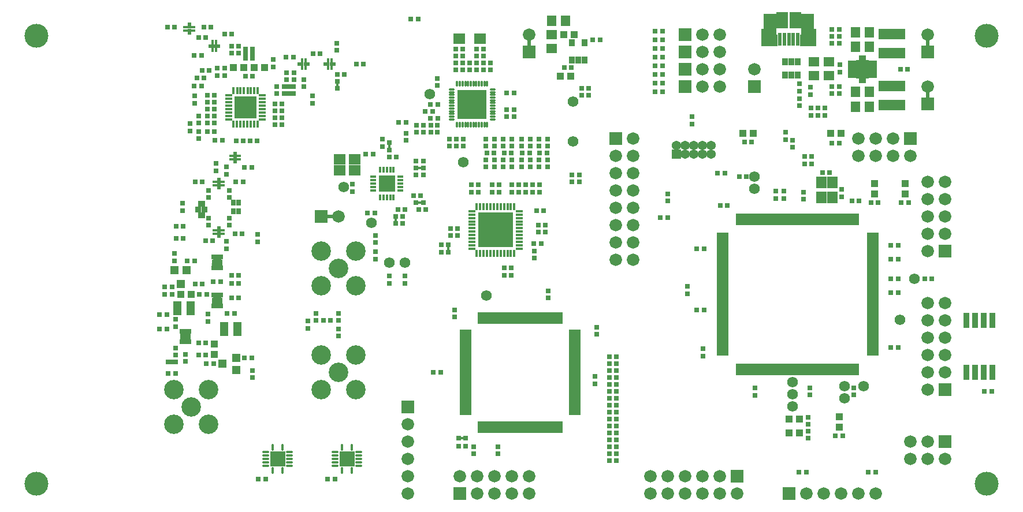
<source format=gts>
G04 (created by PCBNEW-RS274X (2012-05-21 BZR 3261)-stable) date Sun Nov 11 11:20:56 2012*
G01*
G70*
G90*
%MOIN*%
G04 Gerber Fmt 3.4, Leading zero omitted, Abs format*
%FSLAX34Y34*%
G04 APERTURE LIST*
%ADD10C,0.006000*%
%ADD11C,0.062000*%
%ADD12R,0.048000X0.048000*%
%ADD13R,0.032000X0.042000*%
%ADD14R,0.059200X0.067100*%
%ADD15R,0.067100X0.059200*%
%ADD16R,0.023600X0.071100*%
%ADD17R,0.071100X0.023600*%
%ADD18R,0.023700X0.076900*%
%ADD19R,0.068100X0.093400*%
%ADD20R,0.096300X0.069100*%
%ADD21R,0.083900X0.037000*%
%ADD22R,0.075000X0.123600*%
%ADD23C,0.075000*%
%ADD24C,0.069100*%
%ADD25R,0.037000X0.087000*%
%ADD26R,0.019900X0.029700*%
%ADD27R,0.063200X0.019900*%
%ADD28O,0.059200X0.019900*%
%ADD29R,0.059200X0.031700*%
%ADD30O,0.055300X0.019900*%
%ADD31R,0.017900X0.019900*%
%ADD32O,0.039100X0.016600*%
%ADD33O,0.016600X0.039100*%
%ADD34R,0.046000X0.046000*%
%ADD35O,0.013700X0.038300*%
%ADD36O,0.038300X0.013700*%
%ADD37R,0.170500X0.170500*%
%ADD38O,0.041000X0.016600*%
%ADD39R,0.131300X0.131300*%
%ADD40O,0.016600X0.041000*%
%ADD41O,0.037100X0.016600*%
%ADD42O,0.016600X0.037100*%
%ADD43R,0.096500X0.096500*%
%ADD44R,0.157700X0.059200*%
%ADD45R,0.027700X0.031700*%
%ADD46R,0.039600X0.031700*%
%ADD47R,0.031700X0.035600*%
%ADD48R,0.072000X0.072000*%
%ADD49C,0.072000*%
%ADD50R,0.033700X0.021800*%
%ADD51R,0.042000X0.042000*%
%ADD52R,0.030000X0.028000*%
%ADD53R,0.028000X0.030000*%
%ADD54C,0.112000*%
%ADD55R,0.038000X0.028000*%
%ADD56R,0.038000X0.018000*%
%ADD57R,0.018000X0.038000*%
%ADD58R,0.022000X0.072000*%
%ADD59R,0.072000X0.022000*%
%ADD60R,0.018000X0.028900*%
%ADD61R,0.036000X0.019900*%
%ADD62R,0.028900X0.018000*%
%ADD63R,0.019900X0.036000*%
%ADD64C,0.138000*%
%ADD65R,0.025000X0.028100*%
%ADD66R,0.028100X0.025000*%
%ADD67R,0.200900X0.200900*%
%ADD68R,0.054000X0.054000*%
%ADD69C,0.054000*%
%ADD70R,0.053300X0.064700*%
%ADD71R,0.064700X0.053300*%
%ADD72R,0.033700X0.043500*%
%ADD73R,0.051000X0.030000*%
%ADD74R,0.045500X0.023000*%
%ADD75R,0.044400X0.059200*%
%ADD76R,0.023000X0.039600*%
%ADD77C,0.035000*%
G04 APERTURE END LIST*
G54D10*
G54D11*
X69700Y-43750D03*
X69700Y-44450D03*
X45400Y-33850D03*
G54D12*
X37600Y-41650D03*
X37600Y-42350D03*
X36800Y-42000D03*
X34050Y-36600D03*
X34750Y-36600D03*
X34400Y-37400D03*
G54D13*
X56975Y-24450D03*
X57725Y-24450D03*
X56975Y-23450D03*
X57350Y-24450D03*
X57725Y-23450D03*
G54D14*
X72015Y-32383D03*
X71385Y-31517D03*
X72015Y-31517D03*
X71385Y-32383D03*
G54D15*
X43567Y-30815D03*
X44433Y-30185D03*
X44433Y-30815D03*
X43567Y-30185D03*
G54D16*
X56362Y-39350D03*
X56165Y-39350D03*
X55969Y-39350D03*
X55772Y-39350D03*
X55575Y-39350D03*
X55378Y-39350D03*
X55181Y-39350D03*
X54984Y-39350D03*
X54787Y-39350D03*
X54591Y-39350D03*
X54394Y-39350D03*
X54197Y-39350D03*
X54000Y-39350D03*
X53803Y-39350D03*
X53606Y-39350D03*
X53409Y-39350D03*
X53213Y-39350D03*
X53016Y-39350D03*
X52819Y-39350D03*
X52622Y-39350D03*
X52425Y-39350D03*
X52228Y-39350D03*
X52031Y-39350D03*
X51835Y-39350D03*
X51638Y-39350D03*
G54D17*
X50850Y-40138D03*
X50850Y-40335D03*
X50850Y-40531D03*
X50850Y-40728D03*
X50850Y-40925D03*
X50850Y-41122D03*
X50850Y-41319D03*
X50850Y-41516D03*
X50850Y-41713D03*
X50850Y-41909D03*
X50850Y-42106D03*
X50850Y-42303D03*
X50850Y-42500D03*
X50850Y-42697D03*
X50850Y-42894D03*
X50850Y-43091D03*
X50850Y-43287D03*
X50850Y-43484D03*
X50850Y-43681D03*
X50850Y-43878D03*
X50850Y-44075D03*
X50850Y-44272D03*
X50850Y-44469D03*
X50850Y-44665D03*
X50850Y-44862D03*
G54D16*
X51638Y-45650D03*
X51835Y-45650D03*
X52031Y-45650D03*
X52228Y-45650D03*
X52425Y-45650D03*
X52622Y-45650D03*
X52819Y-45650D03*
X53016Y-45650D03*
X53213Y-45650D03*
X53409Y-45650D03*
X53606Y-45650D03*
X53803Y-45650D03*
X54000Y-45650D03*
X54197Y-45650D03*
X54394Y-45650D03*
X54591Y-45650D03*
X54787Y-45650D03*
X54984Y-45650D03*
X55181Y-45650D03*
X55378Y-45650D03*
X55575Y-45650D03*
X55772Y-45650D03*
X55969Y-45650D03*
X56165Y-45650D03*
X56362Y-45650D03*
G54D17*
X57150Y-44862D03*
X57150Y-44665D03*
X57150Y-44469D03*
X57150Y-44272D03*
X57150Y-44075D03*
X57150Y-43878D03*
X57150Y-43681D03*
X57150Y-43484D03*
X57150Y-43287D03*
X57150Y-43091D03*
X57150Y-42894D03*
X57150Y-42697D03*
X57150Y-42500D03*
X57150Y-42303D03*
X57150Y-42106D03*
X57150Y-41909D03*
X57150Y-41713D03*
X57150Y-41516D03*
X57150Y-41319D03*
X57150Y-41122D03*
X57150Y-40925D03*
X57150Y-40728D03*
X57150Y-40531D03*
X57150Y-40335D03*
X57150Y-40138D03*
G54D18*
X70012Y-23281D03*
X69756Y-23281D03*
X69500Y-23281D03*
X69244Y-23281D03*
X68988Y-23281D03*
G54D19*
X69879Y-22156D03*
X69121Y-22156D03*
G54D20*
X70614Y-23340D03*
X68386Y-23340D03*
G54D21*
X70676Y-22827D03*
X68324Y-22827D03*
G54D22*
X70583Y-22394D03*
X68417Y-22394D03*
G54D23*
X70583Y-22169D03*
X68417Y-22169D03*
G54D24*
X70479Y-23339D03*
X68521Y-23339D03*
G54D25*
X81250Y-39500D03*
X80750Y-39500D03*
X80250Y-39500D03*
X79750Y-39500D03*
X79750Y-42500D03*
X80250Y-42500D03*
X80750Y-42500D03*
X81250Y-42500D03*
G54D26*
X36264Y-36455D03*
X36421Y-36455D03*
X36579Y-36455D03*
X36736Y-36455D03*
X36736Y-35845D03*
X36579Y-35845D03*
X36421Y-35845D03*
X36264Y-35845D03*
G54D27*
X36500Y-36150D03*
G54D28*
X36500Y-36052D03*
G54D29*
X36500Y-36150D03*
G54D30*
X36520Y-36248D03*
G54D10*
G36*
X36303Y-36373D02*
X36178Y-36248D01*
X36283Y-36143D01*
X36408Y-36268D01*
X36303Y-36373D01*
X36303Y-36373D01*
G37*
G54D31*
X36333Y-36248D03*
G54D26*
X34454Y-40745D03*
X34611Y-40745D03*
X34769Y-40745D03*
X34926Y-40745D03*
X34926Y-40135D03*
X34769Y-40135D03*
X34611Y-40135D03*
X34454Y-40135D03*
G54D27*
X34690Y-40440D03*
G54D28*
X34690Y-40342D03*
G54D29*
X34690Y-40440D03*
G54D30*
X34710Y-40538D03*
G54D10*
G36*
X34493Y-40663D02*
X34368Y-40538D01*
X34473Y-40433D01*
X34598Y-40558D01*
X34493Y-40663D01*
X34493Y-40663D01*
G37*
G54D31*
X34523Y-40538D03*
G54D26*
X36736Y-38045D03*
X36579Y-38045D03*
X36421Y-38045D03*
X36264Y-38045D03*
X36264Y-38655D03*
X36421Y-38655D03*
X36579Y-38655D03*
X36736Y-38655D03*
G54D27*
X36500Y-38350D03*
G54D28*
X36500Y-38448D03*
G54D29*
X36500Y-38350D03*
G54D30*
X36480Y-38252D03*
G54D10*
G36*
X36697Y-38127D02*
X36822Y-38252D01*
X36717Y-38357D01*
X36592Y-38232D01*
X36697Y-38127D01*
X36697Y-38127D01*
G37*
G54D31*
X36667Y-38252D03*
G54D32*
X44679Y-47894D03*
X44679Y-47697D03*
X44679Y-47500D03*
X44679Y-47303D03*
X44679Y-47106D03*
G54D33*
X43705Y-46821D03*
G54D32*
X43321Y-47106D03*
X43321Y-47303D03*
X43321Y-47500D03*
X43321Y-47697D03*
X43321Y-47894D03*
G54D34*
X44202Y-47702D03*
X43798Y-47702D03*
X44202Y-47298D03*
X43798Y-47298D03*
G54D33*
X44295Y-46821D03*
X43705Y-48179D03*
X44295Y-48179D03*
G54D32*
X40679Y-47894D03*
X40679Y-47697D03*
X40679Y-47500D03*
X40679Y-47303D03*
X40679Y-47106D03*
G54D33*
X39705Y-46821D03*
G54D32*
X39321Y-47106D03*
X39321Y-47303D03*
X39321Y-47500D03*
X39321Y-47697D03*
X39321Y-47894D03*
G54D34*
X40202Y-47702D03*
X39798Y-47702D03*
X40202Y-47298D03*
X39798Y-47298D03*
G54D33*
X40295Y-46821D03*
X39705Y-48179D03*
X40295Y-48179D03*
G54D35*
X52091Y-25844D03*
X51934Y-25844D03*
X51776Y-25844D03*
X51619Y-25844D03*
X51461Y-25844D03*
X51304Y-25844D03*
X51146Y-25844D03*
X50989Y-25844D03*
X50831Y-25844D03*
X50674Y-25844D03*
X50516Y-25844D03*
X50359Y-25844D03*
G54D36*
X50044Y-26159D03*
X50044Y-26316D03*
X50044Y-26474D03*
X50044Y-26631D03*
X50044Y-26789D03*
X50044Y-26946D03*
X50044Y-27104D03*
X50044Y-27261D03*
X50044Y-27419D03*
X50044Y-27576D03*
X50044Y-27734D03*
X50044Y-27891D03*
G54D35*
X50359Y-28206D03*
X50516Y-28206D03*
X50674Y-28206D03*
X50831Y-28206D03*
X50989Y-28206D03*
X51146Y-28206D03*
X51304Y-28206D03*
X51461Y-28206D03*
X51619Y-28206D03*
X51776Y-28206D03*
X51934Y-28206D03*
X52091Y-28206D03*
G54D36*
X52406Y-27891D03*
X52406Y-27734D03*
X52406Y-27576D03*
X52406Y-27419D03*
X52406Y-27261D03*
X52406Y-27104D03*
X52406Y-26946D03*
X52406Y-26789D03*
X52406Y-26631D03*
X52406Y-26474D03*
X52406Y-26316D03*
X52406Y-26159D03*
G54D37*
X51225Y-27025D03*
G54D38*
X37185Y-26511D03*
X37185Y-26708D03*
X37185Y-26905D03*
X37185Y-27102D03*
X37185Y-27298D03*
X37185Y-27495D03*
X37185Y-27692D03*
X37185Y-27889D03*
G54D39*
X38150Y-27200D03*
G54D40*
X37461Y-28165D03*
X37658Y-28165D03*
X37855Y-28165D03*
X38052Y-28165D03*
X38248Y-28165D03*
X38445Y-28165D03*
X38642Y-28165D03*
X38839Y-28165D03*
G54D38*
X39115Y-27889D03*
X39115Y-27692D03*
X39115Y-27495D03*
X39115Y-27298D03*
X39115Y-27102D03*
X39115Y-26905D03*
X39115Y-26708D03*
X39115Y-26511D03*
G54D40*
X38839Y-26235D03*
X38642Y-26235D03*
X38445Y-26235D03*
X38268Y-26235D03*
X38052Y-26235D03*
X37855Y-26235D03*
X37678Y-26235D03*
X37461Y-26235D03*
G54D41*
X45513Y-31206D03*
X45513Y-31403D03*
X45513Y-31600D03*
X45513Y-31797D03*
X45513Y-31994D03*
G54D42*
X45906Y-32387D03*
X46103Y-32387D03*
X46300Y-32387D03*
X46497Y-32387D03*
X46694Y-32387D03*
G54D41*
X47087Y-31994D03*
X47087Y-31797D03*
X47087Y-31600D03*
X47087Y-31403D03*
X47087Y-31206D03*
G54D42*
X46694Y-30813D03*
X46497Y-30813D03*
X46300Y-30813D03*
X46103Y-30813D03*
X45906Y-30813D03*
G54D43*
X46300Y-31600D03*
G54D44*
X75450Y-27051D03*
X75450Y-25949D03*
X75450Y-24051D03*
X75450Y-22949D03*
G54D16*
X73445Y-33659D03*
X73248Y-33659D03*
X73051Y-33659D03*
X72854Y-33659D03*
X72657Y-33659D03*
X72461Y-33659D03*
X72264Y-33659D03*
X72067Y-33659D03*
X71870Y-33659D03*
X71673Y-33659D03*
X71476Y-33659D03*
X71280Y-33659D03*
X71083Y-33659D03*
X70886Y-33659D03*
X70689Y-33659D03*
X70492Y-33659D03*
X70295Y-33659D03*
X70098Y-33659D03*
X69902Y-33659D03*
X69705Y-33659D03*
X69508Y-33659D03*
X69311Y-33659D03*
X69114Y-33659D03*
X68917Y-33659D03*
X68720Y-33659D03*
X68524Y-33659D03*
X68327Y-33659D03*
X68130Y-33659D03*
X67933Y-33659D03*
X67736Y-33659D03*
X67539Y-33659D03*
X67343Y-33659D03*
X67146Y-33659D03*
X66949Y-33659D03*
X66752Y-33659D03*
X66555Y-33659D03*
G54D17*
X65669Y-34545D03*
X65669Y-34742D03*
X65669Y-34939D03*
X65669Y-35136D03*
X65669Y-35333D03*
X65669Y-35529D03*
X65669Y-35726D03*
X65669Y-35923D03*
X65669Y-36120D03*
X65669Y-36317D03*
X65669Y-36514D03*
X65669Y-36710D03*
X65669Y-36907D03*
X65669Y-37104D03*
X65669Y-37301D03*
X65669Y-37498D03*
X65669Y-37695D03*
X65669Y-37892D03*
X65669Y-38088D03*
X65669Y-38285D03*
X65669Y-38482D03*
X65669Y-38679D03*
X65669Y-38876D03*
X65669Y-39073D03*
X65669Y-39270D03*
X65669Y-39466D03*
X65669Y-39663D03*
X65669Y-39860D03*
X65669Y-40057D03*
X65669Y-40254D03*
X65669Y-40451D03*
X65669Y-40647D03*
X65669Y-40844D03*
X65669Y-41041D03*
X65669Y-41238D03*
X65669Y-41435D03*
G54D16*
X66555Y-42321D03*
X66752Y-42321D03*
X66949Y-42321D03*
X67146Y-42321D03*
X67343Y-42321D03*
X67539Y-42321D03*
X67736Y-42321D03*
X67933Y-42321D03*
X68130Y-42321D03*
X68327Y-42321D03*
X68524Y-42321D03*
X68720Y-42321D03*
X68917Y-42321D03*
X69114Y-42321D03*
X69311Y-42321D03*
X69508Y-42321D03*
X69705Y-42321D03*
X69902Y-42321D03*
X70098Y-42321D03*
X70295Y-42321D03*
X70492Y-42321D03*
X70689Y-42321D03*
X70886Y-42321D03*
X71083Y-42321D03*
X71280Y-42321D03*
X71476Y-42321D03*
X71673Y-42321D03*
X71870Y-42321D03*
X72067Y-42321D03*
X72264Y-42321D03*
X72461Y-42321D03*
X72657Y-42321D03*
X72854Y-42321D03*
X73051Y-42321D03*
X73248Y-42321D03*
X73445Y-42321D03*
G54D17*
X74331Y-41435D03*
X74331Y-41238D03*
X74331Y-41041D03*
X74331Y-40844D03*
X74331Y-40647D03*
X74331Y-40451D03*
X74331Y-40254D03*
X74331Y-40057D03*
X74331Y-39860D03*
X74331Y-39663D03*
X74331Y-39466D03*
X74331Y-39270D03*
X74331Y-39073D03*
X74331Y-38876D03*
X74331Y-38679D03*
X74331Y-38482D03*
X74331Y-38285D03*
X74331Y-38088D03*
X74331Y-37892D03*
X74331Y-37695D03*
X74331Y-37498D03*
X74331Y-37301D03*
X74331Y-37104D03*
X74331Y-36907D03*
X74331Y-36710D03*
X74331Y-36514D03*
X74331Y-36317D03*
X74331Y-36120D03*
X74331Y-35923D03*
X74331Y-35726D03*
X74331Y-35529D03*
X74331Y-35333D03*
X74331Y-35136D03*
X74331Y-34939D03*
X74331Y-34742D03*
X74331Y-34545D03*
G54D45*
X37738Y-33196D03*
X37738Y-32704D03*
X37462Y-32704D03*
X37462Y-33196D03*
G54D46*
X35600Y-32765D03*
X35600Y-33435D03*
G54D47*
X35777Y-33100D03*
X35423Y-33100D03*
G54D48*
X59500Y-29000D03*
G54D49*
X60500Y-29000D03*
X59500Y-30000D03*
X60500Y-30000D03*
X59500Y-31000D03*
X60500Y-31000D03*
X59500Y-32000D03*
X60500Y-32000D03*
X59500Y-33000D03*
X60500Y-33000D03*
X59500Y-34000D03*
X60500Y-34000D03*
X59500Y-35000D03*
X60500Y-35000D03*
X59500Y-36000D03*
X60500Y-36000D03*
G54D48*
X66500Y-48500D03*
G54D49*
X66500Y-49500D03*
X65500Y-48500D03*
X65500Y-49500D03*
X64500Y-48500D03*
X64500Y-49500D03*
X63500Y-48500D03*
X63500Y-49500D03*
X62500Y-48500D03*
X62500Y-49500D03*
X61500Y-48500D03*
X61500Y-49500D03*
G54D48*
X78500Y-43500D03*
G54D49*
X77500Y-43500D03*
X78500Y-42500D03*
X77500Y-42500D03*
X78500Y-41500D03*
X77500Y-41500D03*
X78500Y-40500D03*
X77500Y-40500D03*
X78500Y-39500D03*
X77500Y-39500D03*
X78500Y-38500D03*
X77500Y-38500D03*
G54D48*
X78500Y-35500D03*
G54D49*
X77500Y-35500D03*
X78500Y-34500D03*
X77500Y-34500D03*
X78500Y-33500D03*
X77500Y-33500D03*
X78500Y-32500D03*
X77500Y-32500D03*
X78500Y-31500D03*
X77500Y-31500D03*
G54D48*
X50500Y-49500D03*
G54D49*
X50500Y-48500D03*
X51500Y-49500D03*
X51500Y-48500D03*
X52500Y-49500D03*
X52500Y-48500D03*
X53500Y-49500D03*
X53500Y-48500D03*
X54500Y-49500D03*
X54500Y-48500D03*
G54D48*
X76500Y-29000D03*
G54D49*
X76500Y-30000D03*
X75500Y-29000D03*
X75500Y-30000D03*
X74500Y-29000D03*
X74500Y-30000D03*
X73500Y-29000D03*
X73500Y-30000D03*
G54D48*
X78510Y-46500D03*
G54D49*
X78510Y-47500D03*
X77510Y-46500D03*
X77510Y-47500D03*
X76510Y-46500D03*
X76510Y-47500D03*
G54D48*
X69500Y-49500D03*
G54D49*
X70500Y-49500D03*
X71500Y-49500D03*
X72500Y-49500D03*
X73500Y-49500D03*
X74500Y-49500D03*
G54D48*
X47500Y-44500D03*
G54D49*
X47500Y-45500D03*
X47500Y-46500D03*
X47500Y-47500D03*
X47500Y-48500D03*
X47500Y-49500D03*
G54D48*
X63500Y-24000D03*
G54D49*
X64500Y-24000D03*
X65500Y-24000D03*
G54D48*
X63500Y-23000D03*
G54D49*
X64500Y-23000D03*
X65500Y-23000D03*
G54D48*
X63500Y-25000D03*
G54D49*
X64500Y-25000D03*
X65500Y-25000D03*
G54D48*
X63500Y-26000D03*
G54D49*
X64500Y-26000D03*
X65500Y-26000D03*
G54D48*
X67500Y-26000D03*
G54D49*
X67500Y-25000D03*
G54D50*
X51508Y-23028D03*
X51508Y-23225D03*
X51508Y-23422D03*
X51842Y-23422D03*
X51842Y-23225D03*
X51842Y-23028D03*
X50308Y-23028D03*
X50308Y-23225D03*
X50308Y-23422D03*
X50642Y-23422D03*
X50642Y-23225D03*
X50642Y-23028D03*
G54D51*
X72500Y-28700D03*
X71900Y-28700D03*
X67450Y-28700D03*
X66850Y-28700D03*
X72400Y-45050D03*
X72400Y-45650D03*
X70100Y-46000D03*
X69500Y-46000D03*
X70100Y-45200D03*
X69500Y-45200D03*
X74450Y-31600D03*
X74450Y-32200D03*
X76200Y-31600D03*
X76200Y-32200D03*
X37450Y-24900D03*
X38050Y-24900D03*
X35000Y-38000D03*
X34400Y-38000D03*
X57100Y-23000D03*
X56500Y-23000D03*
X39250Y-24900D03*
X38650Y-24900D03*
X56900Y-25400D03*
X56300Y-25400D03*
X36350Y-40850D03*
X36350Y-41450D03*
G54D52*
X62500Y-32190D03*
X62500Y-32610D03*
G54D53*
X72410Y-23500D03*
X71990Y-23500D03*
X72410Y-23100D03*
X71990Y-23100D03*
X77340Y-37100D03*
X77760Y-37100D03*
X74510Y-48250D03*
X74090Y-48250D03*
G54D52*
X71190Y-27240D03*
X71190Y-27660D03*
X71590Y-27660D03*
X71590Y-27240D03*
X70750Y-26460D03*
X70750Y-26040D03*
X70790Y-27660D03*
X70790Y-27240D03*
G54D53*
X75940Y-25000D03*
X76360Y-25000D03*
X35340Y-25500D03*
X35760Y-25500D03*
X72410Y-26000D03*
X71990Y-26000D03*
G54D52*
X54075Y-30215D03*
X54075Y-30635D03*
G54D53*
X37760Y-23650D03*
X37340Y-23650D03*
X35640Y-25050D03*
X36060Y-25050D03*
X40490Y-24300D03*
X40910Y-24300D03*
G54D52*
X38850Y-34960D03*
X38850Y-34540D03*
G54D53*
X36360Y-28600D03*
X35940Y-28600D03*
G54D52*
X34950Y-28560D03*
X34950Y-28140D03*
G54D53*
X35940Y-27700D03*
X36360Y-27700D03*
X36360Y-26500D03*
X35940Y-26500D03*
X62090Y-33550D03*
X62510Y-33550D03*
G54D52*
X63650Y-37960D03*
X63650Y-37540D03*
X55575Y-30215D03*
X55575Y-30635D03*
X55075Y-30215D03*
X55075Y-30635D03*
X54575Y-30215D03*
X54575Y-30635D03*
G54D53*
X57410Y-31500D03*
X56990Y-31500D03*
X57540Y-26500D03*
X57960Y-26500D03*
X34790Y-36050D03*
X35210Y-36050D03*
G54D52*
X54075Y-29015D03*
X54075Y-29435D03*
X54575Y-29015D03*
X54575Y-29435D03*
X55075Y-29015D03*
X55075Y-29435D03*
X55575Y-29015D03*
X55575Y-29435D03*
G54D53*
X57410Y-31100D03*
X56990Y-31100D03*
X57540Y-26100D03*
X57960Y-26100D03*
G54D52*
X53525Y-29015D03*
X53525Y-29435D03*
X53025Y-29015D03*
X53025Y-29435D03*
X52525Y-29015D03*
X52525Y-29435D03*
X52025Y-29015D03*
X52025Y-29435D03*
X38550Y-42810D03*
X38550Y-42390D03*
G54D53*
X48415Y-28225D03*
X48835Y-28225D03*
X48415Y-28625D03*
X48835Y-28625D03*
G54D52*
X47350Y-36940D03*
X47350Y-37360D03*
X46450Y-36940D03*
X46450Y-37360D03*
X36000Y-31990D03*
X36000Y-32410D03*
G54D53*
X37540Y-34500D03*
X37960Y-34500D03*
G54D52*
X37050Y-30640D03*
X37050Y-31060D03*
G54D53*
X42040Y-24100D03*
X42460Y-24100D03*
G54D52*
X41500Y-25590D03*
X41500Y-26010D03*
G54D53*
X35190Y-24200D03*
X35610Y-24200D03*
G54D52*
X36450Y-30440D03*
X36450Y-30860D03*
X40500Y-25190D03*
X40500Y-25610D03*
X36000Y-34010D03*
X36000Y-33590D03*
X37200Y-33590D03*
X37200Y-34010D03*
X40950Y-25190D03*
X40950Y-25610D03*
G54D53*
X35840Y-34900D03*
X36260Y-34900D03*
X35240Y-31500D03*
X35660Y-31500D03*
G54D52*
X37050Y-34940D03*
X37050Y-35360D03*
G54D53*
X45610Y-33300D03*
X45190Y-33300D03*
G54D52*
X44300Y-31640D03*
X44300Y-32060D03*
G54D53*
X59140Y-47600D03*
X59560Y-47600D03*
X59140Y-47200D03*
X59560Y-47200D03*
X38090Y-30650D03*
X38510Y-30650D03*
X40260Y-28200D03*
X39840Y-28200D03*
X40260Y-27000D03*
X39840Y-27000D03*
X40260Y-27400D03*
X39840Y-27400D03*
X35940Y-27300D03*
X36360Y-27300D03*
X35940Y-26900D03*
X36360Y-26900D03*
X43440Y-25300D03*
X43860Y-25300D03*
X44540Y-24700D03*
X44960Y-24700D03*
G54D52*
X42000Y-26960D03*
X42000Y-26540D03*
G54D53*
X59140Y-46800D03*
X59560Y-46800D03*
X37590Y-31500D03*
X38010Y-31500D03*
X36810Y-29100D03*
X36390Y-29100D03*
G54D52*
X35450Y-29010D03*
X35450Y-28590D03*
G54D53*
X35940Y-28100D03*
X36360Y-28100D03*
G54D52*
X35450Y-27690D03*
X35450Y-28110D03*
X43400Y-23490D03*
X43400Y-23910D03*
X37200Y-31990D03*
X37200Y-32410D03*
G54D53*
X62210Y-22800D03*
X61790Y-22800D03*
X67360Y-29200D03*
X66940Y-29200D03*
X72190Y-46150D03*
X72610Y-46150D03*
X75990Y-32700D03*
X76410Y-32700D03*
X74240Y-32700D03*
X74660Y-32700D03*
G54D52*
X70600Y-45090D03*
X70600Y-45510D03*
X70600Y-45890D03*
X70600Y-46310D03*
X69200Y-32040D03*
X69200Y-32460D03*
G54D53*
X61790Y-24300D03*
X62210Y-24300D03*
X72410Y-29250D03*
X71990Y-29250D03*
G54D52*
X63900Y-28160D03*
X63900Y-27740D03*
X70100Y-27110D03*
X70100Y-26690D03*
G54D53*
X66640Y-31200D03*
X67060Y-31200D03*
X65390Y-31000D03*
X65810Y-31000D03*
G54D52*
X70100Y-26260D03*
X70100Y-25840D03*
G54D53*
X70510Y-48250D03*
X70090Y-48250D03*
G54D52*
X69700Y-29090D03*
X69700Y-29510D03*
X69300Y-28640D03*
X69300Y-29060D03*
G54D53*
X59140Y-43600D03*
X59560Y-43600D03*
X59140Y-46400D03*
X59560Y-46400D03*
X59140Y-46000D03*
X59560Y-46000D03*
X61790Y-26300D03*
X62210Y-26300D03*
X59140Y-45600D03*
X59560Y-45600D03*
X59140Y-45200D03*
X59560Y-45200D03*
X59140Y-44800D03*
X59560Y-44800D03*
X59140Y-44400D03*
X59560Y-44400D03*
X59140Y-44000D03*
X59560Y-44000D03*
X72410Y-26400D03*
X71990Y-26400D03*
X61790Y-24800D03*
X62210Y-24800D03*
X59140Y-43200D03*
X59560Y-43200D03*
X59140Y-42800D03*
X59560Y-42800D03*
X59140Y-42400D03*
X59560Y-42400D03*
X59140Y-42000D03*
X59560Y-42000D03*
X59140Y-41600D03*
X59560Y-41600D03*
X46860Y-30050D03*
X46440Y-30050D03*
X52065Y-29825D03*
X52485Y-29825D03*
G54D52*
X50675Y-24215D03*
X50675Y-24635D03*
X49925Y-29435D03*
X49925Y-29015D03*
X52025Y-30635D03*
X52025Y-30215D03*
X52525Y-30635D03*
X52525Y-30215D03*
X53025Y-30635D03*
X53025Y-30215D03*
X53525Y-30635D03*
X53525Y-30215D03*
X50275Y-24215D03*
X50275Y-24635D03*
X49225Y-28215D03*
X49225Y-28635D03*
G54D53*
X45090Y-29900D03*
X45510Y-29900D03*
G54D52*
X48025Y-28215D03*
X48025Y-28635D03*
X47400Y-28690D03*
X47400Y-29110D03*
G54D53*
X46990Y-28050D03*
X47410Y-28050D03*
X48260Y-32300D03*
X47840Y-32300D03*
X47360Y-33100D03*
X46940Y-33100D03*
G54D52*
X51475Y-24215D03*
X51475Y-24635D03*
G54D53*
X48410Y-31100D03*
X47990Y-31100D03*
X49965Y-34200D03*
X50385Y-34200D03*
X49965Y-34600D03*
X50385Y-34600D03*
X72410Y-22700D03*
X71990Y-22700D03*
X65540Y-32850D03*
X65960Y-32850D03*
X64190Y-35350D03*
X64610Y-35350D03*
X64190Y-38900D03*
X64610Y-38900D03*
G54D52*
X64550Y-41140D03*
X64550Y-41560D03*
X67540Y-43830D03*
X67540Y-43410D03*
X70700Y-43810D03*
X70700Y-43390D03*
X73250Y-43810D03*
X73250Y-43390D03*
G54D53*
X75810Y-41050D03*
X75390Y-41050D03*
X75810Y-37900D03*
X75390Y-37900D03*
X75810Y-37100D03*
X75390Y-37100D03*
X75810Y-35950D03*
X75390Y-35950D03*
G54D52*
X49225Y-25515D03*
X49225Y-25935D03*
X53525Y-31665D03*
X53525Y-32085D03*
X53925Y-31665D03*
X53925Y-32085D03*
X52375Y-31665D03*
X52375Y-32085D03*
X52775Y-31665D03*
X52775Y-32085D03*
X51575Y-31665D03*
X51575Y-32085D03*
X51175Y-31665D03*
X51175Y-32085D03*
X53075Y-36885D03*
X53075Y-36465D03*
X53475Y-36885D03*
X53475Y-36465D03*
G54D53*
X55210Y-35050D03*
X54790Y-35050D03*
G54D52*
X54800Y-35910D03*
X54800Y-35490D03*
G54D53*
X55460Y-34000D03*
X55040Y-34000D03*
X55460Y-34400D03*
X55040Y-34400D03*
X55360Y-33150D03*
X54940Y-33150D03*
G54D52*
X52275Y-24615D03*
X52275Y-25035D03*
X51075Y-24615D03*
X51075Y-25035D03*
G54D53*
X75810Y-35150D03*
X75390Y-35150D03*
X48815Y-27025D03*
X49235Y-27025D03*
X48515Y-27425D03*
X48935Y-27425D03*
X48815Y-27825D03*
X49235Y-27825D03*
G54D52*
X50725Y-29435D03*
X50725Y-29015D03*
X50325Y-29435D03*
X50325Y-29015D03*
G54D53*
X53635Y-27725D03*
X53215Y-27725D03*
X53635Y-27325D03*
X53215Y-27325D03*
X53635Y-26375D03*
X53215Y-26375D03*
X55115Y-29825D03*
X55535Y-29825D03*
X54115Y-29825D03*
X54535Y-29825D03*
G54D52*
X55125Y-31665D03*
X55125Y-32085D03*
X54725Y-31665D03*
X54725Y-32085D03*
X51875Y-24215D03*
X51875Y-24635D03*
X54325Y-31665D03*
X54325Y-32085D03*
G54D53*
X53065Y-29825D03*
X53485Y-29825D03*
X33490Y-38000D03*
X33910Y-38000D03*
X38400Y-29130D03*
X38820Y-29130D03*
X33610Y-39150D03*
X33190Y-39150D03*
X33610Y-40000D03*
X33190Y-40000D03*
G54D52*
X34100Y-41510D03*
X34100Y-41090D03*
X34680Y-41880D03*
X34680Y-41460D03*
G54D53*
X35860Y-40800D03*
X35440Y-40800D03*
G54D52*
X35970Y-39130D03*
X35970Y-39550D03*
G54D53*
X35660Y-37400D03*
X35240Y-37400D03*
X37510Y-39100D03*
X37090Y-39100D03*
G54D52*
X34100Y-39440D03*
X34100Y-39860D03*
G54D53*
X37760Y-37350D03*
X37340Y-37350D03*
X33640Y-22550D03*
X34060Y-22550D03*
X37760Y-38200D03*
X37340Y-38200D03*
X37360Y-22950D03*
X36940Y-22950D03*
G54D52*
X34050Y-35640D03*
X34050Y-36060D03*
G54D53*
X38890Y-48650D03*
X39310Y-48650D03*
X35860Y-23150D03*
X35440Y-23150D03*
X35910Y-38000D03*
X35490Y-38000D03*
X37760Y-24050D03*
X37340Y-24050D03*
X48110Y-22100D03*
X47690Y-22100D03*
X35740Y-22550D03*
X36160Y-22550D03*
X37600Y-29130D03*
X38020Y-29130D03*
G54D52*
X36500Y-24940D03*
X36500Y-25360D03*
G54D53*
X36290Y-37250D03*
X36710Y-37250D03*
G54D52*
X34500Y-32740D03*
X34500Y-33160D03*
X36950Y-25360D03*
X36950Y-24940D03*
X39750Y-24440D03*
X39750Y-24860D03*
G54D53*
X34560Y-34750D03*
X34140Y-34750D03*
X37340Y-36900D03*
X37760Y-36900D03*
X34560Y-34050D03*
X34140Y-34050D03*
G54D52*
X35200Y-26960D03*
X35200Y-26540D03*
G54D53*
X71860Y-30950D03*
X71440Y-30950D03*
X73560Y-32600D03*
X73140Y-32600D03*
G54D52*
X68750Y-32040D03*
X68750Y-32460D03*
X70350Y-32090D03*
X70350Y-32510D03*
G54D53*
X80790Y-43600D03*
X81210Y-43600D03*
G54D52*
X72450Y-24740D03*
X72450Y-25160D03*
X58300Y-43160D03*
X58300Y-42740D03*
X58400Y-39890D03*
X58400Y-40310D03*
X55600Y-37790D03*
X55600Y-38210D03*
X50200Y-38890D03*
X50200Y-39310D03*
X52700Y-47210D03*
X52700Y-46790D03*
G54D53*
X48990Y-42500D03*
X49410Y-42500D03*
G54D52*
X51300Y-47210D03*
X51300Y-46790D03*
X70400Y-30460D03*
X70400Y-30040D03*
X70800Y-30040D03*
X70800Y-30460D03*
X72550Y-31940D03*
X72550Y-32360D03*
G54D53*
X35190Y-25950D03*
X35610Y-25950D03*
X56960Y-24900D03*
X56540Y-24900D03*
X35440Y-41500D03*
X35860Y-41500D03*
X38510Y-41650D03*
X38090Y-41650D03*
X36310Y-42000D03*
X35890Y-42000D03*
X33910Y-37550D03*
X33490Y-37550D03*
X34110Y-42550D03*
X33690Y-42550D03*
X42890Y-48650D03*
X43310Y-48650D03*
X40260Y-27800D03*
X39840Y-27800D03*
G54D52*
X39950Y-25990D03*
X39950Y-26410D03*
G54D53*
X38560Y-25400D03*
X38140Y-25400D03*
X51465Y-23825D03*
X51885Y-23825D03*
X51465Y-25025D03*
X51885Y-25025D03*
X50265Y-23825D03*
X50685Y-23825D03*
X50265Y-25025D03*
X50685Y-25025D03*
G54D54*
X43500Y-36500D03*
X42500Y-37500D03*
X44500Y-37500D03*
X44500Y-35500D03*
X42500Y-35500D03*
X35000Y-44500D03*
X36000Y-43500D03*
X34000Y-43500D03*
X34000Y-45500D03*
X36000Y-45500D03*
X43500Y-42500D03*
X42500Y-43500D03*
X44500Y-43500D03*
X44500Y-41500D03*
X42500Y-41500D03*
G54D53*
X34110Y-41900D03*
X33690Y-41900D03*
G54D55*
X33900Y-41900D03*
G54D53*
X48140Y-33100D03*
X48560Y-33100D03*
X47990Y-32700D03*
X48410Y-32700D03*
G54D56*
X48200Y-32700D03*
G54D52*
X47200Y-33490D03*
X47200Y-33910D03*
X46800Y-33490D03*
X46800Y-33910D03*
G54D57*
X46800Y-33700D03*
G54D52*
X46050Y-29460D03*
X46050Y-29040D03*
X46450Y-29660D03*
X46450Y-29240D03*
G54D57*
X46450Y-29450D03*
G54D53*
X47990Y-30300D03*
X48410Y-30300D03*
X47990Y-30700D03*
X48410Y-30700D03*
G54D56*
X48200Y-30700D03*
G54D52*
X49450Y-35140D03*
X49450Y-35560D03*
X49850Y-35140D03*
X49850Y-35560D03*
G54D57*
X49850Y-35350D03*
G54D53*
X50860Y-46300D03*
X50440Y-46300D03*
G54D56*
X50650Y-46300D03*
G54D53*
X50440Y-46750D03*
X50860Y-46750D03*
G54D52*
X43450Y-25690D03*
X43450Y-26110D03*
G54D57*
X43450Y-25900D03*
G54D53*
X58610Y-23300D03*
X58190Y-23300D03*
X61790Y-25300D03*
X62210Y-25300D03*
X61790Y-23300D03*
X62210Y-23300D03*
X61790Y-23800D03*
X62210Y-23800D03*
X61790Y-25800D03*
X62210Y-25800D03*
G54D52*
X43500Y-39990D03*
X43500Y-40410D03*
G54D53*
X42640Y-39500D03*
X43060Y-39500D03*
G54D52*
X45650Y-35960D03*
X45650Y-35540D03*
X42200Y-39510D03*
X42200Y-39090D03*
X43500Y-39090D03*
X43500Y-39510D03*
X41750Y-39960D03*
X41750Y-39540D03*
X45650Y-34590D03*
X45650Y-35010D03*
G54D48*
X54500Y-24000D03*
G54D49*
X54500Y-23000D03*
G54D58*
X54500Y-23500D03*
G54D48*
X77500Y-24000D03*
G54D49*
X77500Y-23000D03*
G54D58*
X77500Y-23500D03*
G54D48*
X77500Y-27000D03*
G54D49*
X77500Y-26000D03*
G54D58*
X77500Y-26500D03*
G54D48*
X42500Y-33500D03*
G54D49*
X43500Y-33500D03*
G54D59*
X43000Y-33500D03*
G54D60*
X43098Y-24489D03*
G54D61*
X42823Y-24700D03*
G54D60*
X42902Y-24911D03*
X43098Y-24911D03*
G54D61*
X43177Y-24700D03*
G54D60*
X42902Y-24489D03*
X41402Y-24911D03*
G54D61*
X41677Y-24700D03*
G54D60*
X41598Y-24489D03*
X41402Y-24489D03*
G54D61*
X41323Y-24700D03*
G54D60*
X41598Y-24911D03*
X36448Y-23439D03*
G54D61*
X36173Y-23650D03*
G54D60*
X36252Y-23861D03*
X36448Y-23861D03*
G54D61*
X36527Y-23650D03*
G54D60*
X36252Y-23439D03*
G54D62*
X34689Y-22552D03*
G54D63*
X34900Y-22827D03*
G54D62*
X35111Y-22748D03*
X35111Y-22552D03*
G54D63*
X34900Y-22473D03*
G54D62*
X34689Y-22748D03*
X37761Y-30198D03*
G54D63*
X37550Y-29923D03*
G54D62*
X37339Y-30002D03*
X37339Y-30198D03*
G54D63*
X37550Y-30277D03*
G54D62*
X37761Y-30002D03*
X36389Y-31502D03*
G54D63*
X36600Y-31777D03*
G54D62*
X36811Y-31698D03*
X36811Y-31502D03*
G54D63*
X36600Y-31423D03*
G54D62*
X36389Y-31698D03*
X36811Y-34498D03*
G54D63*
X36600Y-34223D03*
G54D62*
X36389Y-34302D03*
X36389Y-34498D03*
G54D63*
X36600Y-34577D03*
G54D62*
X36811Y-34302D03*
G54D64*
X26075Y-23075D03*
X80925Y-23075D03*
X80925Y-48925D03*
X26075Y-48925D03*
G54D65*
X38155Y-23840D03*
X38155Y-24100D03*
X38155Y-24360D03*
X38545Y-24360D03*
X38545Y-24100D03*
X38545Y-23840D03*
G54D66*
X40910Y-26005D03*
X40650Y-26005D03*
X40390Y-26005D03*
X40390Y-26395D03*
X40650Y-26395D03*
X40910Y-26395D03*
G54D11*
X50700Y-30350D03*
X48775Y-26425D03*
X43800Y-31800D03*
X46450Y-36150D03*
X47350Y-36150D03*
X69700Y-43050D03*
X72700Y-44000D03*
X72700Y-43300D03*
X73800Y-43300D03*
X75900Y-39450D03*
X76750Y-37100D03*
G54D40*
X53658Y-32917D03*
X53461Y-32917D03*
X53264Y-32917D03*
X53067Y-32917D03*
X52870Y-32917D03*
X52673Y-32917D03*
X52477Y-32917D03*
X52280Y-32917D03*
X52083Y-32917D03*
X51886Y-32917D03*
X51689Y-32917D03*
X51492Y-32917D03*
G54D38*
X51217Y-33192D03*
X51217Y-33389D03*
X51217Y-33586D03*
X51217Y-33783D03*
X51217Y-33980D03*
X51217Y-34177D03*
X51217Y-34373D03*
X51217Y-34570D03*
X51217Y-34767D03*
X51217Y-34964D03*
X51217Y-35161D03*
X51217Y-35358D03*
G54D40*
X51492Y-35633D03*
X51689Y-35633D03*
X51886Y-35633D03*
X52083Y-35633D03*
X52280Y-35633D03*
X52477Y-35633D03*
X52673Y-35633D03*
X52870Y-35633D03*
X53067Y-35633D03*
X53264Y-35633D03*
X53461Y-35633D03*
X53658Y-35633D03*
G54D38*
X53933Y-35358D03*
X53933Y-35161D03*
X53933Y-34964D03*
X53933Y-34767D03*
X53933Y-34570D03*
X53933Y-34373D03*
X53933Y-34177D03*
X53933Y-33980D03*
X53933Y-33783D03*
X53933Y-33586D03*
X53933Y-33389D03*
X53933Y-33192D03*
G54D67*
X52575Y-34275D03*
G54D68*
X63000Y-29900D03*
G54D69*
X63000Y-29400D03*
X63500Y-29900D03*
X63500Y-29400D03*
X64000Y-29900D03*
X64000Y-29400D03*
X64500Y-29900D03*
X64500Y-29400D03*
X65000Y-29900D03*
X65000Y-29400D03*
G54D70*
X74150Y-26300D03*
X73350Y-26300D03*
X74150Y-27150D03*
X73350Y-27150D03*
X73350Y-22850D03*
X74150Y-22850D03*
X73350Y-23700D03*
X74150Y-23700D03*
X55800Y-22200D03*
X56600Y-22200D03*
G54D71*
X55800Y-23800D03*
X55800Y-23000D03*
G54D11*
X57050Y-26850D03*
X57050Y-29150D03*
X67500Y-31200D03*
X67500Y-31900D03*
X52050Y-38050D03*
G54D71*
X71800Y-24550D03*
X71800Y-25350D03*
X70950Y-25350D03*
X70950Y-24550D03*
G54D72*
X70024Y-24566D03*
X69650Y-24566D03*
X69276Y-24566D03*
X69276Y-25334D03*
X69650Y-25334D03*
X70024Y-25334D03*
G54D73*
X37695Y-40260D03*
X37695Y-40000D03*
X37695Y-39740D03*
X36905Y-39740D03*
X36905Y-40000D03*
X36905Y-40260D03*
X34205Y-38540D03*
X34205Y-38800D03*
X34205Y-39060D03*
X34995Y-39060D03*
X34995Y-38800D03*
X34995Y-38540D03*
G54D74*
X73159Y-24606D03*
X73159Y-24803D03*
X73159Y-25000D03*
X73159Y-25197D03*
X73159Y-25394D03*
X74341Y-25394D03*
X74341Y-25197D03*
X74341Y-25000D03*
X74341Y-24803D03*
X74341Y-24606D03*
G54D75*
X73912Y-25236D03*
X73912Y-24764D03*
X73588Y-24764D03*
X73588Y-25236D03*
G54D76*
X73848Y-24390D03*
X73652Y-24390D03*
X73652Y-25610D03*
X73848Y-25610D03*
G54D77*
X73750Y-25000D03*
X73947Y-24705D03*
X73553Y-24705D03*
X73553Y-25295D03*
X73947Y-25295D03*
M02*

</source>
